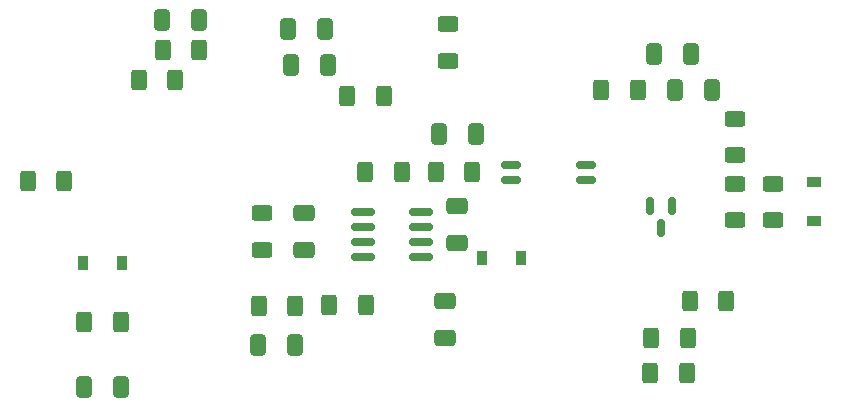
<source format=gbp>
G04 #@! TF.GenerationSoftware,KiCad,Pcbnew,(6.0.11)*
G04 #@! TF.CreationDate,2023-06-14T00:40:10+03:00*
G04 #@! TF.ProjectId,flyback_48V_48W,666c7962-6163-46b5-9f34-38565f343857,rev?*
G04 #@! TF.SameCoordinates,Original*
G04 #@! TF.FileFunction,Paste,Bot*
G04 #@! TF.FilePolarity,Positive*
%FSLAX46Y46*%
G04 Gerber Fmt 4.6, Leading zero omitted, Abs format (unit mm)*
G04 Created by KiCad (PCBNEW (6.0.11)) date 2023-06-14 00:40:10*
%MOMM*%
%LPD*%
G01*
G04 APERTURE LIST*
G04 Aperture macros list*
%AMRoundRect*
0 Rectangle with rounded corners*
0 $1 Rounding radius*
0 $2 $3 $4 $5 $6 $7 $8 $9 X,Y pos of 4 corners*
0 Add a 4 corners polygon primitive as box body*
4,1,4,$2,$3,$4,$5,$6,$7,$8,$9,$2,$3,0*
0 Add four circle primitives for the rounded corners*
1,1,$1+$1,$2,$3*
1,1,$1+$1,$4,$5*
1,1,$1+$1,$6,$7*
1,1,$1+$1,$8,$9*
0 Add four rect primitives between the rounded corners*
20,1,$1+$1,$2,$3,$4,$5,0*
20,1,$1+$1,$4,$5,$6,$7,0*
20,1,$1+$1,$6,$7,$8,$9,0*
20,1,$1+$1,$8,$9,$2,$3,0*%
G04 Aperture macros list end*
%ADD10RoundRect,0.250000X0.400000X0.625000X-0.400000X0.625000X-0.400000X-0.625000X0.400000X-0.625000X0*%
%ADD11RoundRect,0.250000X-0.400000X-0.625000X0.400000X-0.625000X0.400000X0.625000X-0.400000X0.625000X0*%
%ADD12RoundRect,0.250000X0.650000X-0.412500X0.650000X0.412500X-0.650000X0.412500X-0.650000X-0.412500X0*%
%ADD13RoundRect,0.150000X-0.825000X-0.150000X0.825000X-0.150000X0.825000X0.150000X-0.825000X0.150000X0*%
%ADD14RoundRect,0.150000X-0.662500X-0.150000X0.662500X-0.150000X0.662500X0.150000X-0.662500X0.150000X0*%
%ADD15RoundRect,0.250000X-0.650000X0.412500X-0.650000X-0.412500X0.650000X-0.412500X0.650000X0.412500X0*%
%ADD16RoundRect,0.250000X0.412500X0.650000X-0.412500X0.650000X-0.412500X-0.650000X0.412500X-0.650000X0*%
%ADD17RoundRect,0.250000X-0.412500X-0.650000X0.412500X-0.650000X0.412500X0.650000X-0.412500X0.650000X0*%
%ADD18R,0.900000X1.200000*%
%ADD19RoundRect,0.250000X-0.625000X0.400000X-0.625000X-0.400000X0.625000X-0.400000X0.625000X0.400000X0*%
%ADD20RoundRect,0.150000X-0.150000X0.587500X-0.150000X-0.587500X0.150000X-0.587500X0.150000X0.587500X0*%
%ADD21RoundRect,0.250000X0.625000X-0.400000X0.625000X0.400000X-0.625000X0.400000X-0.625000X-0.400000X0*%
%ADD22R,1.200000X0.900000*%
G04 APERTURE END LIST*
D10*
X120168000Y-41402000D03*
X117068000Y-41402000D03*
D11*
X110450000Y-64400000D03*
X113550000Y-64400000D03*
D10*
X108750000Y-52500000D03*
X105650000Y-52500000D03*
D12*
X129000000Y-58312500D03*
X129000000Y-55187500D03*
D10*
X118136000Y-43942000D03*
X115036000Y-43942000D03*
D11*
X125200000Y-63100000D03*
X128300000Y-63100000D03*
D13*
X134025000Y-58905000D03*
X134025000Y-57635000D03*
X134025000Y-56365000D03*
X134025000Y-55095000D03*
X138975000Y-55095000D03*
X138975000Y-56365000D03*
X138975000Y-57635000D03*
X138975000Y-58905000D03*
D14*
X146562500Y-52385000D03*
X146562500Y-51115000D03*
X152937500Y-51115000D03*
X152937500Y-52385000D03*
D15*
X141000000Y-62687500D03*
X141000000Y-65812500D03*
D16*
X113562500Y-69900000D03*
X110437500Y-69900000D03*
X161812500Y-41750000D03*
X158687500Y-41750000D03*
D17*
X140437500Y-48500000D03*
X143562500Y-48500000D03*
D10*
X161550000Y-65750000D03*
X158450000Y-65750000D03*
D11*
X158350000Y-68750000D03*
X161450000Y-68750000D03*
D10*
X143300000Y-51750000D03*
X140200000Y-51750000D03*
D18*
X113650000Y-59400000D03*
X110350000Y-59400000D03*
X144146000Y-59000000D03*
X147446000Y-59000000D03*
D16*
X163562500Y-44750000D03*
X160437500Y-44750000D03*
D11*
X131200000Y-63000000D03*
X134300000Y-63000000D03*
D16*
X120180500Y-38862000D03*
X117055500Y-38862000D03*
D17*
X127977500Y-42672000D03*
X131102500Y-42672000D03*
D19*
X165500000Y-52700000D03*
X165500000Y-55800000D03*
D10*
X137300000Y-51750000D03*
X134200000Y-51750000D03*
D20*
X158300000Y-54562500D03*
X160200000Y-54562500D03*
X159250000Y-56437500D03*
D19*
X141250000Y-39200000D03*
X141250000Y-42300000D03*
D21*
X165500000Y-50300000D03*
X165500000Y-47200000D03*
D10*
X135800000Y-45250000D03*
X132700000Y-45250000D03*
D22*
X172250000Y-52600000D03*
X172250000Y-55900000D03*
D17*
X125187500Y-66350000D03*
X128312500Y-66350000D03*
D10*
X157300000Y-44750000D03*
X154200000Y-44750000D03*
D12*
X141986000Y-57696500D03*
X141986000Y-54571500D03*
D21*
X125500000Y-58300000D03*
X125500000Y-55200000D03*
X168750000Y-55800000D03*
X168750000Y-52700000D03*
D10*
X164800000Y-62650000D03*
X161700000Y-62650000D03*
D17*
X127723500Y-39624000D03*
X130848500Y-39624000D03*
M02*

</source>
